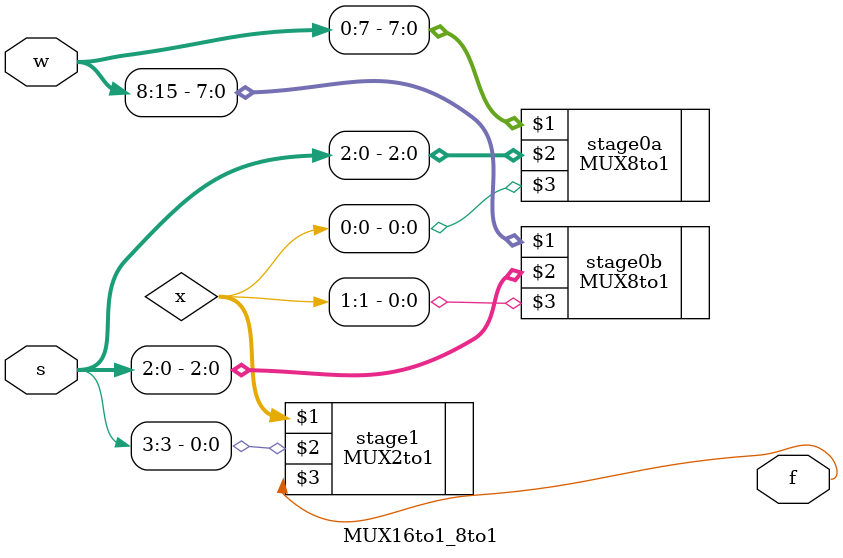
<source format=v>
`include "MUX8to1.v"
`include "MUX2to1.v"
module MUX16to1_8to1(w,s,f);

input [0:15]w;
input [3:0]s;

output f;

wire [0:1]x;

MUX8to1 stage0a(w[0:7],s[2:0],x[0]);
MUX8to1 stage0b(w[8:15],s[2:0],x[1]);

MUX2to1 stage1(x,s[3],f);

endmodule
</source>
